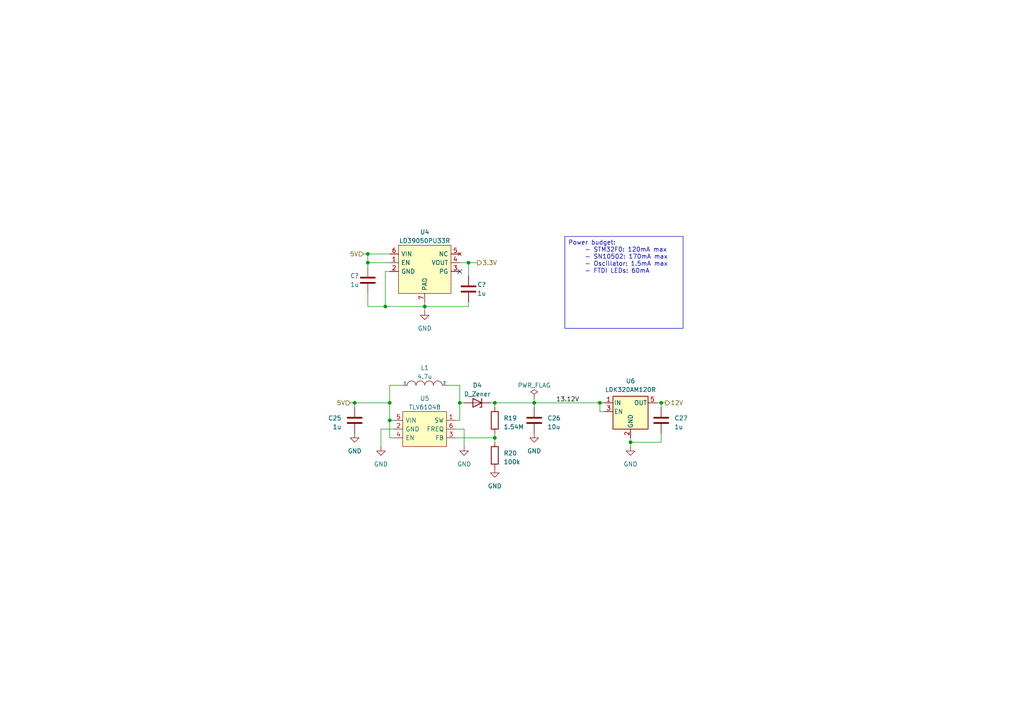
<source format=kicad_sch>
(kicad_sch (version 20221206) (generator eeschema)
  (paper "A4")
  (title_block (title "Power") (date "2023-01-16") (rev "0"))
  (lib_symbols
    (symbol "Device:C" (pin_numbers hide) (pin_names (offset 0.254))
      (property "Reference" "C" (at 0.635 2.54 0))
      (property "Value" "C" (at 0.635 -2.54 0))
      (symbol "C_0_1"
        (polyline (pts (xy -2.032 -0.762) (xy 2.032 -0.762)) (stroke (width 0.508)))
        (polyline (pts (xy -2.032 0.762) (xy 2.032 0.762)) (stroke (width 0.508)))
      )
      (symbol "C_1_1"
        (pin passive line (at 0 3.81 270) (length 2.794) (name "~") (number "1"))
        (pin passive line (at 0 -3.81 90) (length 2.794) (name "~") (number "2"))
      )
    )
    (symbol "Device:D_Zener" (pin_numbers hide) (pin_names (offset 1.016) hide)
      (property "Reference" "D" (at 0 2.54 0))
      (property "Value" "D_Zener" (at 0 -2.54 0))
      (symbol "D_Zener_0_1"
        (polyline (pts (xy 1.27 0) (xy -1.27 0)))
        (polyline (pts (xy -1.27 -1.27) (xy -1.27 1.27) (xy -0.762 1.27)) (stroke (width 0.254)))
        (polyline (pts (xy 1.27 -1.27) (xy 1.27 1.27) (xy -1.27 0) (xy 1.27 -1.27)) (stroke (width 0.254)))
      )
      (symbol "D_Zener_1_1"
        (pin passive line (at -3.81 0 0) (length 2.54) (name "K") (number "1"))
        (pin passive line (at 3.81 0 180) (length 2.54) (name "A") (number "2"))
      )
    )
    (symbol "Device:R" (pin_numbers hide) (pin_names (offset 0))
      (property "Reference" "R" (at 2.032 0 90))
      (property "Value" "R" (at 0 0 90))
      (symbol "R_0_1"
        (rectangle (start -1.016 -2.54) (end 1.016 2.54) (stroke (width 0.254)))
      )
      (symbol "R_1_1"
        (pin passive line (at 0 3.81 270) (length 1.27) (name "~") (number "1"))
        (pin passive line (at 0 -3.81 90) (length 1.27) (name "~") (number "2"))
      )
    )
    (symbol "Signal Generator Components:LD39050PU33R" (pin_names (offset 0.762))
      (property "Reference" "U?" (at 5.08 6.35 0))
      (property "Value" "LD39050PU33R" (at 5.08 3.81 0))
      (symbol "LD39050PU33R_0_0"
        (pin input line (at 2.54 -2.54 0) (length 2.54) (name "EN") (number "1"))
        (pin power_in line (at 2.54 -5.08 0) (length 2.54) (name "GND") (number "2"))
        (pin output line (at 22.86 -5.08 180) (length 2.54) (name "PG") (number "3"))
        (pin power_out line (at 22.86 -2.54 180) (length 2.54) (name "VOUT") (number "4"))
        (pin no_connect line (at 22.86 0 180) (length 2.54) (name "NC") (number "5"))
        (pin power_in line (at 2.54 0 0) (length 2.54) (name "VIN") (number "6"))
        (pin power_in line (at 12.7 -13.97 90) (length 2.54) (name "PAD") (number "7"))
      )
      (symbol "LD39050PU33R_0_1"
        (polyline (pts (xy 5.08 2.54) (xy 20.32 2.54) (xy 20.32 -11.43) (xy 5.08 -11.43) (xy 5.08 2.54)) (stroke (width 0.1524)) (fill (type background)))
      )
    )
    (symbol "Signal Generator Components:LDK320AM120R" (pin_names (offset 0.254))
      (property "Reference" "U?" (at -3.81 8.255 0))
      (property "Value" "LDK320AM120R" (at -5.08 6.35 0))
      (symbol "LDK320AM120R_0_1"
        (rectangle (start -5.08 4.445) (end 5.08 -5.08) (stroke (width 0.254)) (fill (type background)))
      )
      (symbol "LDK320AM120R_1_1"
        (pin power_in line (at -7.62 2.54 0) (length 2.54) (name "IN") (number "1"))
        (pin power_in line (at 0 -7.62 90) (length 2.54) (name "GND") (number "2"))
        (pin input line (at -7.62 0 0) (length 2.54) (name "EN") (number "3"))
        (pin power_out line (at 7.62 2.54 180) (length 2.54) (name "OUT") (number "5"))
      )
    )
    (symbol "Signal Generator Components:TLV61048" (pin_names (offset 0.762))
      (property "Reference" "U?" (at 0 1.27 0))
      (property "Value" "TLV61048" (at 0 -11.43 0))
      (symbol "TLV61048_0_0"
        (pin power_out line (at 15.24 -2.54 180) (length 2.54) (name "SW") (number "1"))
        (pin power_in line (at -2.54 -5.08 0) (length 2.54) (name "GND") (number "2"))
        (pin input line (at 15.24 -7.62 180) (length 2.54) (name "FB") (number "3"))
        (pin input line (at -2.54 -7.62 0) (length 2.54) (name "EN") (number "4"))
        (pin power_in line (at -2.54 -2.54 0) (length 2.54) (name "VIN") (number "5"))
        (pin input line (at 15.24 -5.08 180) (length 2.54) (name "FREQ") (number "6"))
      )
      (symbol "TLV61048_0_1"
        (polyline (pts (xy 0 0) (xy 12.7 0) (xy 12.7 -10.16) (xy 0 -10.16) (xy 0 0)) (stroke (width 0.1524)) (fill (type background)))
      )
    )
    (symbol "power:GND" (power) (pin_names (offset 0))
      (property "Value" "GND" (at 0 -3.81 0))
      (symbol "GND_0_1"
        (polyline (pts (xy 0 0) (xy 0 -1.27) (xy 1.27 -1.27) (xy 0 -2.54) (xy -1.27 -1.27) (xy 0 -1.27)))
      )
      (symbol "GND_1_1"
        (pin power_in line (at 0 0 270) (length 0) hide (name "GND") (number "1"))
      )
    )
    (symbol "power:PWR_FLAG" (power) (pin_numbers hide) (pin_names (offset 0) hide)
      (property "Value" "PWR_FLAG" (at 0 3.81 0))
      (symbol "PWR_FLAG_0_0"
        (pin power_out line (at 0 0 90) (length 0) (name "pwr") (number "1"))
      )
      (symbol "PWR_FLAG_0_1"
        (polyline (pts (xy 0 0) (xy 0 1.27) (xy -1.016 1.905) (xy 0 2.54) (xy 1.016 1.905) (xy 0 1.27)))
      )
    )
    (symbol "pspice:INDUCTOR" (pin_numbers hide) (pin_names (offset 0))
      (property "Reference" "L" (at 0 2.54 0))
      (property "Value" "INDUCTOR" (at 0 -1.27 0))
      (symbol "INDUCTOR_0_1"
        (arc (start -2.54 0) (mid -3.81 1.2645) (end -5.08 0))
        (arc (start 0 0) (mid -1.27 1.2645) (end -2.54 0))
        (arc (start 2.54 0) (mid 1.27 1.2645) (end 0 0))
        (arc (start 5.08 0) (mid 3.81 1.2645) (end 2.54 0))
      )
      (symbol "INDUCTOR_1_1"
        (pin input line (at -6.35 0 0) (length 1.27) (name "1") (number "1"))
        (pin input line (at 6.35 0 180) (length 1.27) (name "2") (number "2"))
      )
    )
  )
  (junction (at 143.51 116.84))
  (junction (at 102.87 116.84))
  (junction (at 133.35 116.84))
  (junction (at 111.76 88.9))
  (junction (at 135.89 76.2))
  (junction (at 106.68 76.2))
  (junction (at 106.68 73.66))
  (junction (at 182.88 128.27))
  (junction (at 173.99 116.84))
  (junction (at 123.19 88.9))
  (junction (at 154.94 116.84))
  (junction (at 113.03 121.92))
  (junction (at 191.77 116.84))
  (junction (at 143.51 127))
  (junction (at 113.03 116.84))
  (no_connect (at 133.35 78.74))
  (wire (pts (xy 191.77 116.84) (xy 190.5 116.84)))
  (wire (pts (xy 191.77 125.73) (xy 191.77 128.27)))
  (wire (pts (xy 101.6 116.84) (xy 102.87 116.84)))
  (wire (pts (xy 133.35 121.92) (xy 133.35 116.84)))
  (wire (pts (xy 106.68 76.2) (xy 106.68 77.47)))
  (wire (pts (xy 135.89 76.2) (xy 135.89 80.01)))
  (wire (pts (xy 113.03 121.92) (xy 113.03 127)))
  (wire (pts (xy 133.35 76.2) (xy 135.89 76.2)))
  (wire (pts (xy 191.77 116.84) (xy 193.04 116.84)))
  (wire (pts (xy 106.68 85.09) (xy 106.68 88.9)))
  (wire (pts (xy 175.26 119.38) (xy 173.99 119.38)))
  (wire (pts (xy 191.77 118.11) (xy 191.77 116.84)))
  (wire (pts (xy 106.68 73.66) (xy 113.03 73.66)))
  (wire (pts (xy 132.08 127) (xy 143.51 127)))
  (wire (pts (xy 129.54 111.76) (xy 133.35 111.76)))
  (wire (pts (xy 143.51 118.11) (xy 143.51 116.84)))
  (wire (pts (xy 143.51 125.73) (xy 143.51 127)))
  (wire (pts (xy 133.35 116.84) (xy 134.62 116.84)))
  (wire (pts (xy 111.76 78.74) (xy 111.76 88.9)))
  (wire (pts (xy 111.76 88.9) (xy 123.19 88.9)))
  (wire (pts (xy 102.87 118.11) (xy 102.87 116.84)))
  (wire (pts (xy 154.94 116.84) (xy 154.94 118.11)))
  (wire (pts (xy 182.88 129.54) (xy 182.88 128.27)))
  (wire (pts (xy 114.3 127) (xy 113.03 127)))
  (wire (pts (xy 106.68 73.66) (xy 106.68 76.2)))
  (wire (pts (xy 114.3 124.46) (xy 110.49 124.46)))
  (wire (pts (xy 106.68 88.9) (xy 111.76 88.9)))
  (wire (pts (xy 154.94 116.84) (xy 173.99 116.84)))
  (wire (pts (xy 110.49 124.46) (xy 110.49 129.54)))
  (wire (pts (xy 102.87 116.84) (xy 113.03 116.84)))
  (wire (pts (xy 114.3 121.92) (xy 113.03 121.92)))
  (wire (pts (xy 105.41 73.66) (xy 106.68 73.66)))
  (wire (pts (xy 182.88 128.27) (xy 182.88 127)))
  (wire (pts (xy 123.19 87.63) (xy 123.19 88.9)))
  (wire (pts (xy 135.89 87.63) (xy 135.89 88.9)))
  (wire (pts (xy 123.19 88.9) (xy 135.89 88.9)))
  (wire (pts (xy 143.51 127) (xy 143.51 128.27)))
  (wire (pts (xy 113.03 111.76) (xy 116.84 111.76)))
  (wire (pts (xy 113.03 111.76) (xy 113.03 116.84)))
  (wire (pts (xy 135.89 76.2) (xy 138.43 76.2)))
  (wire (pts (xy 133.35 111.76) (xy 133.35 116.84)))
  (wire (pts (xy 123.19 88.9) (xy 123.19 90.17)))
  (wire (pts (xy 154.94 115.57) (xy 154.94 116.84)))
  (wire (pts (xy 113.03 78.74) (xy 111.76 78.74)))
  (wire (pts (xy 132.08 124.46) (xy 134.62 124.46)))
  (wire (pts (xy 173.99 119.38) (xy 173.99 116.84)))
  (wire (pts (xy 182.88 128.27) (xy 191.77 128.27)))
  (wire (pts (xy 173.99 116.84) (xy 175.26 116.84)))
  (wire (pts (xy 132.08 121.92) (xy 133.35 121.92)))
  (wire (pts (xy 143.51 116.84) (xy 142.24 116.84)))
  (wire (pts (xy 143.51 116.84) (xy 154.94 116.84)))
  (wire (pts (xy 134.62 129.54) (xy 134.62 124.46)))
  (wire (pts (xy 113.03 76.2) (xy 106.68 76.2)))
  (wire (pts (xy 113.03 121.92) (xy 113.03 116.84)))
  (text_box "Power budget:\n	- STM32F0: 120mA max\n	- SN10502: 170mA max\n	- Oscillator: 1.5mA max\n	- FTDI LEDs: 60mA" (at 163.83 68.58 0) (size 34.29 26.67) (effects (font (size 1.27 1.27)) (justify left top)))
  (label "13.12V" (at 161.29 116.84 0))
  (hierarchical_label "12V" (shape output) (at 193.04 116.84 0))
  (hierarchical_label "5V" (shape input) (at 101.6 116.84 180))
  (hierarchical_label "5V" (shape input) (at 105.41 73.66 180))
  (hierarchical_label "3.3V" (shape output) (at 138.43 76.2 0))
  (symbol (lib_id "Signal Generator Components:LD39050PU33R") (at 110.49 73.66 0) (unit 1)
    (property "Reference" "U4" (at 123.19 67.31 0))
    (property "Value" "LD39050PU33R" (at 123.19 69.85 0))
    (property "Footprint" "Signal Generator Components:LD39050PU33R" (effects hide))
    (property "PN" "LD39050PU33R" (effects hide))
  )
  (symbol (lib_id "Signal Generator Components:LDK320AM120R") (at 182.88 119.38 0) (unit 1)
    (property "Reference" "U6" (at 182.88 110.49 0))
    (property "Value" "LDK320AM120R" (at 182.88 113.03 0))
    (property "Footprint" "Signal Generator Components:LDK320AM120R" (effects hide))
    (property "PN" "LDK320AM120R" (effects hide))
  )
  (symbol (lib_id "power:PWR_FLAG") (at 154.94 115.57 0) (unit 1)
    (property "Reference" "#FLG01" (effects hide))
    (property "Value" "PWR_FLAG" (at 154.94 111.76 0))
  )
  (symbol (lib_id "Device:C") (at 135.89 83.82 0) (unit 1)
    (property "Reference" "C?" (at 138.43 82.55 0) (effects (justify left)))
    (property "Value" "1u" (at 138.43 85.09 0) (effects (justify left)))
    (property "Footprint" "Capacitor_SMD:C_0603_1608Metric" (effects hide))
    (property "PN" "GCM188R71C105KA64D" (effects hide))
    (instances (project "Signal Generator" (path "" (reference "C?") (unit 1)) (path "" (reference "C24") (unit 1))))
  )
  (symbol (lib_id "power:GND") (at 134.62 129.54 0) (unit 1)
    (property "Reference" "#PWR09" (effects hide))
    (property "Value" "GND" (at 134.62 134.62 0))
  )
  (symbol (lib_id "Device:R") (at 143.51 121.92 0) (unit 1)
    (property "Reference" "R19" (at 146.05 121.285 0) (effects (justify left)))
    (property "Value" "1.54M" (at 146.05 123.825 0) (effects (justify left)))
    (property "Footprint" "Capacitor_SMD:C_0603_1608Metric" (effects hide))
    (property "PN" "RC0603FR-071M54L" (effects hide))
  )
  (symbol (lib_id "Device:C") (at 191.77 121.92 0) (unit 1)
    (property "Reference" "C27" (at 195.58 121.285 0) (effects (justify left)))
    (property "Value" "1u" (at 195.58 123.825 0) (effects (justify left)))
    (property "Footprint" "Capacitor_SMD:C_0603_1608Metric" (effects hide))
    (property "PN" "GCM188R71C105KA64D" (effects hide))
  )
  (symbol (lib_id "Device:C") (at 154.94 121.92 0) (unit 1)
    (property "Reference" "C26" (at 158.75 121.285 0) (effects (justify left)))
    (property "Value" "10u" (at 158.75 123.825 0) (effects (justify left)))
    (property "Footprint" "Capacitor_SMD:C_0603_1608Metric" (effects hide))
    (property "PN" "GRM188D71A106KA73D" (effects hide))
  )
  (symbol (lib_id "power:GND") (at 123.19 90.17 0) (mirror y) (unit 1)
    (property "Reference" "#PWR?" (effects hide))
    (property "Value" "GND" (at 123.19 95.25 0))
    (instances (project "Signal Generator" (path "" (reference "#PWR?") (unit 1)) (path "" (reference "#PWR0133") (unit 1))))
  )
  (symbol (lib_id "Device:R") (at 143.51 132.08 0) (unit 1)
    (property "Reference" "R20" (at 146.05 131.445 0) (effects (justify left)))
    (property "Value" "100k" (at 146.05 133.985 0) (effects (justify left)))
    (property "Footprint" "Capacitor_SMD:C_0603_1608Metric" (effects hide))
    (property "PN" "ERJ-3EKF1003V" (effects hide))
  )
  (symbol (lib_id "power:GND") (at 110.49 129.54 0) (unit 1)
    (property "Reference" "#PWR05" (effects hide))
    (property "Value" "GND" (at 110.49 134.62 0))
  )
  (symbol (lib_id "Device:C") (at 102.87 121.92 0) (mirror y) (unit 1)
    (property "Reference" "C25" (at 99.06 121.285 0) (effects (justify left)))
    (property "Value" "1u" (at 99.06 123.825 0) (effects (justify left)))
    (property "Footprint" "Capacitor_SMD:C_0603_1608Metric" (effects hide))
    (property "PN" "GCM188R71C105KA64D" (effects hide))
  )
  (symbol (lib_id "Signal Generator Components:TLV61048") (at 116.84 119.38 0) (unit 1)
    (property "Reference" "U5" (at 123.19 115.57 0))
    (property "Value" "TLV61048" (at 123.19 118.11 0))
    (property "Footprint" "Signal Generator Components:TLV61048" (effects hide))
    (property "PN" "TLV61048DBVR" (effects hide))
  )
  (symbol (lib_id "Device:D_Zener") (at 138.43 116.84 180) (unit 1)
    (property "Reference" "D4" (at 138.43 111.76 0))
    (property "Value" "D_Zener" (at 138.43 114.3 0))
    (property "Footprint" "Signal Generator Components:BZT52C10-TP" (effects hide))
    (property "PN" "BZT52C10-TP" (effects hide))
  )
  (symbol (lib_id "pspice:INDUCTOR") (at 123.19 111.76 0) (unit 1)
    (property "Reference" "L1" (at 123.19 106.68 0))
    (property "Value" "4.7u" (at 123.19 109.22 0))
    (property "Footprint" "Signal Generator Components:XAL4030" (effects hide))
    (property "PN" "XAL4030-472MEC" (effects hide))
  )
  (symbol (lib_id "Device:C") (at 106.68 81.28 0) (mirror y) (unit 1)
    (property "Reference" "C?" (at 104.14 80.01 0) (effects (justify left)))
    (property "Value" "1u" (at 104.14 82.55 0) (effects (justify left)))
    (property "Footprint" "Capacitor_SMD:C_0603_1608Metric" (effects hide))
    (property "PN" "GCM188R71C105KA64D" (effects hide))
    (instances (project "Signal Generator" (path "" (reference "C?") (unit 1)) (path "" (reference "C23") (unit 1))))
  )
  (symbol (lib_id "power:GND") (at 154.94 125.73 0) (unit 1)
    (property "Reference" "#PWR03" (effects hide))
    (property "Value" "GND" (at 154.94 130.81 0))
  )
  (symbol (lib_id "power:GND") (at 182.88 129.54 0) (unit 1)
    (property "Reference" "#PWR010" (effects hide))
    (property "Value" "GND" (at 182.88 134.62 0))
  )
  (symbol (lib_id "power:GND") (at 102.87 125.73 0) (unit 1)
    (property "Reference" "#PWR04" (effects hide))
    (property "Value" "GND" (at 102.87 130.81 0))
  )
  (symbol (lib_id "power:GND") (at 143.51 135.89 0) (unit 1)
    (property "Reference" "#PWR02" (effects hide))
    (property "Value" "GND" (at 143.51 140.97 0))
  )
)
</source>
